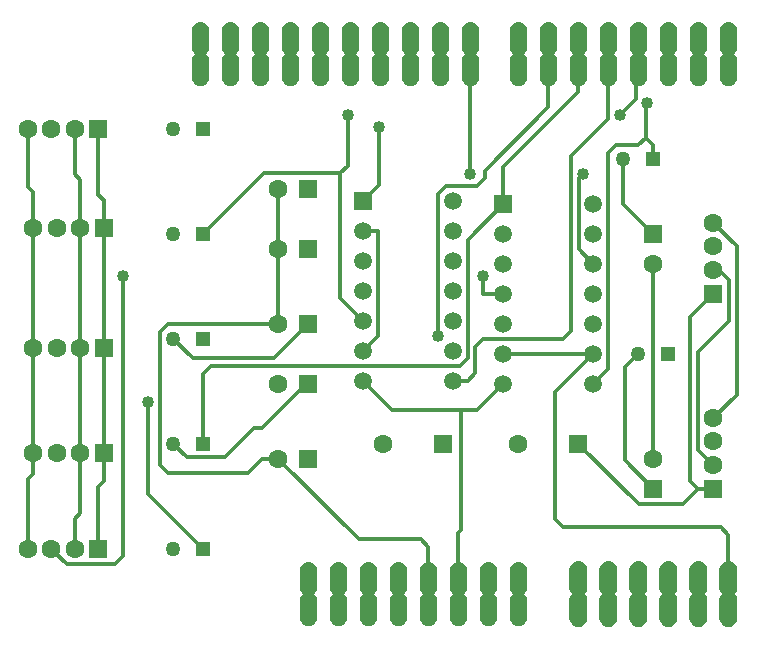
<source format=gbr>
G04 DipTrace 2.4.0.2*
%INBottom.gbr*%
%MOIN*%
%ADD14C,0.024*%
%ADD15C,0.013*%
%ADD17C,0.063*%
%ADD18R,0.063X0.063*%
%ADD19C,0.05*%
%ADD20R,0.05X0.05*%
%ADD21C,0.063*%
%ADD22R,0.0591X0.0591*%
%ADD23C,0.0591*%
%ADD24C,0.04*%
%FSLAX44Y44*%
G04*
G70*
G90*
G75*
G01*
%LNBottom*%
%LPD*%
X18940Y5940D2*
D14*
Y4940D1*
Y5940D2*
D15*
Y6989D1*
X18680Y7249D1*
X16632D1*
X13940Y9940D1*
X26440Y16440D2*
Y9940D1*
X13940Y16940D2*
Y18940D1*
Y14440D2*
Y16940D1*
Y9940D2*
X13403D1*
X12938Y9476D1*
X10255D1*
X9995Y9735D1*
Y14180D1*
X10255Y14440D1*
X13940D1*
X21940Y4940D2*
D14*
Y5940D1*
X23940Y4940D2*
Y5940D1*
X24940Y4940D2*
Y5940D1*
X25940Y4940D2*
Y5940D1*
X26940Y4940D2*
Y5940D1*
X27940Y4940D2*
Y5940D1*
X5578Y20940D2*
D15*
Y18998D1*
X5759Y18816D1*
Y17621D1*
X28440Y17802D2*
X29210Y17033D1*
Y12072D1*
X28440Y11302D1*
X5759Y10121D2*
Y9442D1*
X5578Y9261D1*
Y6940D1*
X5759Y13621D2*
Y10121D1*
Y17621D2*
Y13621D1*
X28940Y4940D2*
D14*
Y5940D1*
X21440Y13440D2*
D15*
X24440D1*
X16756Y13531D2*
X17246Y14021D1*
Y17531D1*
X16756D1*
X24440Y13440D2*
X23170Y12170D1*
Y7933D1*
X23430Y7673D1*
X28680D1*
X28940Y7413D1*
Y5940D1*
Y22940D2*
D14*
Y23940D1*
X27940Y22940D2*
Y23940D1*
X26940Y22940D2*
Y23940D1*
X17286Y21005D2*
D15*
Y19061D1*
X16756Y18531D1*
X25940Y22940D2*
D14*
Y23940D1*
X16756Y14531D2*
D15*
X16006Y15281D1*
Y19450D1*
X13450D1*
X11440Y17440D1*
X25940Y22940D2*
D3*
X16006Y19450D2*
X16266Y19710D1*
Y21400D1*
X25940Y22940D2*
X25844D1*
Y21924D1*
X25320Y21400D1*
X14340Y22940D2*
D14*
Y23940D1*
X15340Y22940D2*
Y23940D1*
X20340Y22940D2*
Y23940D1*
X24440Y16440D2*
D15*
X23950Y16930D1*
Y19281D1*
X24085Y19416D1*
X20340D2*
Y22940D1*
X24085Y19416D2*
D3*
X17340Y22940D2*
D14*
Y23940D1*
X16340Y22940D2*
Y23940D1*
X19340Y22940D2*
Y23940D1*
X18340Y22940D2*
Y23940D1*
X24940Y22940D2*
Y23940D1*
Y22940D2*
D15*
X24925D1*
Y21267D1*
X23680Y20022D1*
Y14190D1*
X23421Y13930D1*
X20766D1*
X20506Y13670D1*
Y12791D1*
X20246Y12531D1*
X19756D1*
X23940Y22940D2*
D14*
Y23940D1*
Y22940D2*
D15*
Y22155D1*
X21440Y19655D1*
Y18440D1*
X20246Y17246D1*
Y13281D1*
X19987Y13021D1*
X11700D1*
X11440Y12761D1*
Y10440D1*
X22940Y22940D2*
D14*
Y23940D1*
Y22940D2*
D15*
Y21655D1*
X20822Y19537D1*
Y19281D1*
X20562Y19021D1*
X19526D1*
X19266Y18761D1*
Y14021D1*
X9600Y11815D2*
Y8780D1*
X11440Y6940D1*
X21940Y22940D2*
D14*
Y23940D1*
X26239Y21795D2*
D15*
X26180Y21737D1*
Y20645D1*
X26440Y20385D1*
Y19940D1*
X26180Y20645D2*
X25920Y20385D1*
X25190D1*
X24930Y20125D1*
Y12930D1*
X24440Y12440D1*
X19940Y4940D2*
D14*
Y5940D1*
X21440Y12440D2*
D15*
X20571Y11571D1*
X20037D1*
X17716D1*
X16756Y12531D1*
X19940Y5940D2*
Y7460D1*
X20037Y7557D1*
Y11571D1*
X15940Y4940D2*
D14*
Y5940D1*
X14940Y4940D2*
Y5940D1*
X12340Y22940D2*
Y23940D1*
X11340Y22940D2*
Y23940D1*
X13340Y22940D2*
Y23940D1*
X17940Y4940D2*
Y5940D1*
X20940D2*
Y4940D1*
X16940Y5940D2*
Y4940D1*
X14940Y14440D2*
D15*
X13781Y13281D1*
X11100D1*
X10440Y13940D1*
X8766Y16021D2*
Y6690D1*
X8506Y6430D1*
X6875D1*
X6365Y6940D1*
X20766Y16021D2*
Y15440D1*
X21440D1*
X14940Y12440D2*
Y12506D1*
X13384Y10950D1*
X13128D1*
X12173Y9995D1*
X10885D1*
X10440Y10440D1*
X23940D2*
X25950Y8430D1*
X27420D1*
X27930Y8940D1*
X27670Y9200D1*
Y14670D1*
X28440Y15440D1*
X7940Y6940D2*
Y9001D1*
X8121Y9182D1*
Y10121D1*
Y17621D2*
Y18560D1*
X7940Y18741D1*
Y20940D1*
X8121Y13621D2*
Y17621D1*
Y10121D2*
Y13621D1*
X28440Y8940D2*
X27930D1*
X7153Y6940D2*
Y7942D1*
X7334Y8123D1*
Y10121D1*
X28440Y9728D2*
X27930Y10237D1*
Y13498D1*
X28950Y14517D1*
Y15913D1*
X28635Y16228D1*
X28440D1*
X7334Y17621D2*
Y19236D1*
X7153Y19417D1*
Y20940D1*
X7334Y13621D2*
Y17621D1*
Y10121D2*
Y13621D1*
X28440Y16228D2*
D3*
X26440Y17440D2*
X25440Y18440D1*
Y19940D1*
X26440Y8940D2*
X25495Y9885D1*
Y12995D1*
X25940Y13440D1*
D24*
X17286Y21005D3*
X25320Y21400D3*
X16266D3*
X20340Y19416D3*
X24085D3*
X19266Y14021D3*
X9600Y11815D3*
X26239Y21795D3*
X8766Y16021D3*
X20766D3*
G36*
X23640Y5240D2*
X23658Y5343D1*
X23710Y5433D1*
X23790Y5500D1*
X23888Y5536D1*
X23992D1*
X24090Y5500D1*
X24170Y5433D1*
X24222Y5343D1*
X24240Y5240D1*
Y4640D1*
X24222Y4538D1*
X24170Y4448D1*
X24090Y4380D1*
X23993Y4345D1*
X23888D1*
X23790Y4380D1*
X23711Y4447D1*
X23658Y4537D1*
X23640Y4640D1*
Y5240D1*
G37*
G36*
X24640D2*
X24658Y5343D1*
X24710Y5433D1*
X24790Y5500D1*
X24888Y5536D1*
X24992D1*
X25090Y5500D1*
X25170Y5433D1*
X25222Y5343D1*
X25240Y5240D1*
Y4640D1*
X25222Y4538D1*
X25170Y4448D1*
X25090Y4380D1*
X24993Y4345D1*
X24888D1*
X24790Y4380D1*
X24711Y4447D1*
X24658Y4537D1*
X24640Y4640D1*
Y5240D1*
G37*
G36*
X25640D2*
X25658Y5343D1*
X25710Y5433D1*
X25790Y5500D1*
X25888Y5536D1*
X25992D1*
X26090Y5500D1*
X26170Y5433D1*
X26222Y5343D1*
X26240Y5240D1*
Y4640D1*
X26222Y4538D1*
X26170Y4448D1*
X26090Y4380D1*
X25993Y4345D1*
X25888D1*
X25790Y4380D1*
X25711Y4447D1*
X25658Y4537D1*
X25640Y4640D1*
Y5240D1*
G37*
G36*
X26640D2*
X26658Y5343D1*
X26710Y5433D1*
X26790Y5500D1*
X26888Y5536D1*
X26992D1*
X27090Y5500D1*
X27170Y5433D1*
X27222Y5343D1*
X27240Y5240D1*
Y4640D1*
X27222Y4538D1*
X27170Y4448D1*
X27090Y4380D1*
X26993Y4345D1*
X26888D1*
X26790Y4380D1*
X26711Y4447D1*
X26658Y4537D1*
X26640Y4640D1*
Y5240D1*
G37*
G36*
X27640D2*
X27658Y5343D1*
X27710Y5433D1*
X27790Y5500D1*
X27888Y5536D1*
X27992D1*
X28090Y5500D1*
X28170Y5433D1*
X28222Y5343D1*
X28240Y5240D1*
Y4640D1*
X28222Y4538D1*
X28170Y4448D1*
X28090Y4380D1*
X27993Y4345D1*
X27888D1*
X27790Y4380D1*
X27711Y4447D1*
X27658Y4537D1*
X27640Y4640D1*
Y5240D1*
G37*
G36*
X28640D2*
X28658Y5343D1*
X28710Y5433D1*
X28790Y5500D1*
X28888Y5536D1*
X28992D1*
X29090Y5500D1*
X29170Y5433D1*
X29222Y5343D1*
X29240Y5240D1*
Y4640D1*
X29222Y4538D1*
X29170Y4448D1*
X29090Y4380D1*
X28993Y4345D1*
X28888D1*
X28790Y4380D1*
X28711Y4447D1*
X28658Y4537D1*
X28640Y4640D1*
Y5240D1*
G37*
G36*
X29227Y23653D2*
X29210Y23555D1*
X29160Y23469D1*
X29084Y23405D1*
X28990Y23371D1*
X28891Y23370D1*
X28797Y23404D1*
X28720Y23468D1*
X28671Y23555D1*
X28653Y23653D1*
Y24227D1*
X28670Y24325D1*
X28720Y24411D1*
X28796Y24476D1*
X28890Y24510D1*
X28990D1*
X29083Y24476D1*
X29160Y24412D1*
X29210Y24326D1*
X29227Y24227D1*
Y23653D1*
G37*
G36*
X28227D2*
X28210Y23555D1*
X28160Y23469D1*
X28084Y23405D1*
X27990Y23371D1*
X27891Y23370D1*
X27797Y23404D1*
X27720Y23468D1*
X27671Y23555D1*
X27653Y23653D1*
Y24227D1*
X27670Y24325D1*
X27720Y24411D1*
X27796Y24476D1*
X27890Y24510D1*
X27990D1*
X28083Y24476D1*
X28160Y24412D1*
X28210Y24326D1*
X28227Y24227D1*
Y23653D1*
G37*
G36*
X27227D2*
X27210Y23555D1*
X27160Y23469D1*
X27084Y23405D1*
X26990Y23371D1*
X26891Y23370D1*
X26797Y23404D1*
X26720Y23468D1*
X26671Y23555D1*
X26653Y23653D1*
Y24227D1*
X26670Y24325D1*
X26720Y24411D1*
X26796Y24476D1*
X26890Y24510D1*
X26990D1*
X27083Y24476D1*
X27160Y24412D1*
X27210Y24326D1*
X27227Y24227D1*
Y23653D1*
G37*
G36*
X26227D2*
X26210Y23555D1*
X26160Y23469D1*
X26084Y23405D1*
X25990Y23371D1*
X25891Y23370D1*
X25797Y23404D1*
X25720Y23468D1*
X25671Y23555D1*
X25653Y23653D1*
Y24227D1*
X25670Y24325D1*
X25720Y24411D1*
X25796Y24476D1*
X25890Y24510D1*
X25990D1*
X26083Y24476D1*
X26160Y24412D1*
X26210Y24326D1*
X26227Y24227D1*
Y23653D1*
G37*
G36*
X25227D2*
X25210Y23555D1*
X25160Y23469D1*
X25084Y23405D1*
X24990Y23371D1*
X24891Y23370D1*
X24797Y23404D1*
X24720Y23468D1*
X24671Y23555D1*
X24653Y23653D1*
Y24227D1*
X24670Y24325D1*
X24720Y24411D1*
X24796Y24476D1*
X24890Y24510D1*
X24990D1*
X25083Y24476D1*
X25160Y24412D1*
X25210Y24326D1*
X25227Y24227D1*
Y23653D1*
G37*
G36*
X24227D2*
X24210Y23555D1*
X24160Y23469D1*
X24084Y23405D1*
X23990Y23371D1*
X23891Y23370D1*
X23797Y23404D1*
X23720Y23468D1*
X23671Y23555D1*
X23653Y23653D1*
Y24227D1*
X23670Y24325D1*
X23720Y24411D1*
X23796Y24476D1*
X23890Y24510D1*
X23990D1*
X24083Y24476D1*
X24160Y24412D1*
X24210Y24326D1*
X24227Y24227D1*
Y23653D1*
G37*
G36*
X23227D2*
X23210Y23555D1*
X23160Y23469D1*
X23084Y23405D1*
X22990Y23371D1*
X22891Y23370D1*
X22797Y23404D1*
X22720Y23468D1*
X22671Y23555D1*
X22653Y23653D1*
Y24227D1*
X22670Y24325D1*
X22720Y24411D1*
X22796Y24476D1*
X22890Y24510D1*
X22990D1*
X23083Y24476D1*
X23160Y24412D1*
X23210Y24326D1*
X23227Y24227D1*
Y23653D1*
G37*
G36*
X22227D2*
X22210Y23555D1*
X22160Y23469D1*
X22084Y23405D1*
X21990Y23371D1*
X21891Y23370D1*
X21797Y23404D1*
X21720Y23468D1*
X21671Y23555D1*
X21653Y23653D1*
Y24227D1*
X21670Y24325D1*
X21720Y24411D1*
X21796Y24476D1*
X21890Y24510D1*
X21990D1*
X22083Y24476D1*
X22160Y24412D1*
X22210Y24326D1*
X22227Y24227D1*
Y23653D1*
G37*
G36*
X14653Y5227D2*
X14670Y5325D1*
X14720Y5411D1*
X14796Y5476D1*
X14890Y5510D1*
X14990D1*
X15083Y5476D1*
X15160Y5412D1*
X15210Y5326D1*
X15227Y5227D1*
Y4653D1*
X15210Y4555D1*
X15160Y4469D1*
X15084Y4405D1*
X14990Y4371D1*
X14891Y4370D1*
X14797Y4404D1*
X14720Y4468D1*
X14671Y4555D1*
X14653Y4653D1*
Y5227D1*
G37*
G36*
X15653D2*
X15670Y5325D1*
X15720Y5411D1*
X15796Y5476D1*
X15890Y5510D1*
X15990D1*
X16083Y5476D1*
X16160Y5412D1*
X16210Y5326D1*
X16227Y5227D1*
Y4653D1*
X16210Y4555D1*
X16160Y4469D1*
X16084Y4405D1*
X15990Y4371D1*
X15891Y4370D1*
X15797Y4404D1*
X15720Y4468D1*
X15671Y4555D1*
X15653Y4653D1*
Y5227D1*
G37*
G36*
X16653D2*
X16670Y5325D1*
X16720Y5411D1*
X16796Y5476D1*
X16890Y5510D1*
X16990D1*
X17083Y5476D1*
X17160Y5412D1*
X17210Y5326D1*
X17227Y5227D1*
Y4653D1*
X17210Y4555D1*
X17160Y4469D1*
X17084Y4405D1*
X16990Y4371D1*
X16891Y4370D1*
X16797Y4404D1*
X16720Y4468D1*
X16671Y4555D1*
X16653Y4653D1*
Y5227D1*
G37*
G36*
X17653D2*
X17670Y5325D1*
X17720Y5411D1*
X17796Y5476D1*
X17890Y5510D1*
X17990D1*
X18083Y5476D1*
X18160Y5412D1*
X18210Y5326D1*
X18227Y5227D1*
Y4653D1*
X18210Y4555D1*
X18160Y4469D1*
X18084Y4405D1*
X17990Y4371D1*
X17891Y4370D1*
X17797Y4404D1*
X17720Y4468D1*
X17671Y4555D1*
X17653Y4653D1*
Y5227D1*
G37*
G36*
X18653D2*
X18670Y5325D1*
X18720Y5411D1*
X18796Y5476D1*
X18890Y5510D1*
X18990D1*
X19083Y5476D1*
X19160Y5412D1*
X19210Y5326D1*
X19227Y5227D1*
Y4653D1*
X19210Y4555D1*
X19160Y4469D1*
X19084Y4405D1*
X18990Y4371D1*
X18891Y4370D1*
X18797Y4404D1*
X18720Y4468D1*
X18671Y4555D1*
X18653Y4653D1*
Y5227D1*
G37*
G36*
X19653D2*
X19670Y5325D1*
X19720Y5411D1*
X19796Y5476D1*
X19890Y5510D1*
X19990D1*
X20083Y5476D1*
X20160Y5412D1*
X20210Y5326D1*
X20227Y5227D1*
Y4653D1*
X20210Y4555D1*
X20160Y4469D1*
X20084Y4405D1*
X19990Y4371D1*
X19891Y4370D1*
X19797Y4404D1*
X19720Y4468D1*
X19671Y4555D1*
X19653Y4653D1*
Y5227D1*
G37*
G36*
X20653D2*
X20670Y5325D1*
X20720Y5411D1*
X20796Y5476D1*
X20890Y5510D1*
X20990D1*
X21083Y5476D1*
X21160Y5412D1*
X21210Y5326D1*
X21227Y5227D1*
Y4653D1*
X21210Y4555D1*
X21160Y4469D1*
X21084Y4405D1*
X20990Y4371D1*
X20891Y4370D1*
X20797Y4404D1*
X20720Y4468D1*
X20671Y4555D1*
X20653Y4653D1*
Y5227D1*
G37*
G36*
X21653D2*
X21670Y5325D1*
X21720Y5411D1*
X21796Y5476D1*
X21890Y5510D1*
X21990D1*
X22083Y5476D1*
X22160Y5412D1*
X22210Y5326D1*
X22227Y5227D1*
Y4653D1*
X22210Y4555D1*
X22160Y4469D1*
X22084Y4405D1*
X21990Y4371D1*
X21891Y4370D1*
X21797Y4404D1*
X21720Y4468D1*
X21671Y4555D1*
X21653Y4653D1*
Y5227D1*
G37*
G36*
X20627Y23653D2*
X20610Y23555D1*
X20560Y23469D1*
X20484Y23405D1*
X20390Y23371D1*
X20291Y23370D1*
X20197Y23404D1*
X20120Y23468D1*
X20071Y23555D1*
X20053Y23653D1*
Y24227D1*
X20070Y24325D1*
X20120Y24411D1*
X20196Y24476D1*
X20290Y24510D1*
X20390D1*
X20483Y24476D1*
X20560Y24412D1*
X20610Y24326D1*
X20627Y24227D1*
Y23653D1*
G37*
G36*
X19627D2*
X19610Y23555D1*
X19560Y23469D1*
X19484Y23405D1*
X19390Y23371D1*
X19291Y23370D1*
X19197Y23404D1*
X19120Y23468D1*
X19071Y23555D1*
X19053Y23653D1*
Y24227D1*
X19070Y24325D1*
X19120Y24411D1*
X19196Y24476D1*
X19290Y24510D1*
X19390D1*
X19483Y24476D1*
X19560Y24412D1*
X19610Y24326D1*
X19627Y24227D1*
Y23653D1*
G37*
G36*
X18627D2*
X18610Y23555D1*
X18560Y23469D1*
X18484Y23405D1*
X18390Y23371D1*
X18291Y23370D1*
X18197Y23404D1*
X18120Y23468D1*
X18071Y23555D1*
X18053Y23653D1*
Y24227D1*
X18070Y24325D1*
X18120Y24411D1*
X18196Y24476D1*
X18290Y24510D1*
X18390D1*
X18483Y24476D1*
X18560Y24412D1*
X18610Y24326D1*
X18627Y24227D1*
Y23653D1*
G37*
G36*
X17627D2*
X17610Y23555D1*
X17560Y23469D1*
X17484Y23405D1*
X17390Y23371D1*
X17291Y23370D1*
X17197Y23404D1*
X17120Y23468D1*
X17071Y23555D1*
X17053Y23653D1*
Y24227D1*
X17070Y24325D1*
X17120Y24411D1*
X17196Y24476D1*
X17290Y24510D1*
X17390D1*
X17483Y24476D1*
X17560Y24412D1*
X17610Y24326D1*
X17627Y24227D1*
Y23653D1*
G37*
G36*
X16627D2*
X16610Y23555D1*
X16560Y23469D1*
X16484Y23405D1*
X16390Y23371D1*
X16291Y23370D1*
X16197Y23404D1*
X16120Y23468D1*
X16071Y23555D1*
X16053Y23653D1*
Y24227D1*
X16070Y24325D1*
X16120Y24411D1*
X16196Y24476D1*
X16290Y24510D1*
X16390D1*
X16483Y24476D1*
X16560Y24412D1*
X16610Y24326D1*
X16627Y24227D1*
Y23653D1*
G37*
G36*
X15627D2*
X15610Y23555D1*
X15560Y23469D1*
X15484Y23405D1*
X15390Y23371D1*
X15291Y23370D1*
X15197Y23404D1*
X15120Y23468D1*
X15071Y23555D1*
X15053Y23653D1*
Y24227D1*
X15070Y24325D1*
X15120Y24411D1*
X15196Y24476D1*
X15290Y24510D1*
X15390D1*
X15483Y24476D1*
X15560Y24412D1*
X15610Y24326D1*
X15627Y24227D1*
Y23653D1*
G37*
G36*
X14627D2*
X14610Y23555D1*
X14560Y23469D1*
X14484Y23405D1*
X14390Y23371D1*
X14291Y23370D1*
X14197Y23404D1*
X14120Y23468D1*
X14071Y23555D1*
X14053Y23653D1*
Y24227D1*
X14070Y24325D1*
X14120Y24411D1*
X14196Y24476D1*
X14290Y24510D1*
X14390D1*
X14483Y24476D1*
X14560Y24412D1*
X14610Y24326D1*
X14627Y24227D1*
Y23653D1*
G37*
G36*
X13627D2*
X13610Y23555D1*
X13560Y23469D1*
X13484Y23405D1*
X13390Y23371D1*
X13291Y23370D1*
X13197Y23404D1*
X13120Y23468D1*
X13071Y23555D1*
X13053Y23653D1*
Y24227D1*
X13070Y24325D1*
X13120Y24411D1*
X13196Y24476D1*
X13290Y24510D1*
X13390D1*
X13483Y24476D1*
X13560Y24412D1*
X13610Y24326D1*
X13627Y24227D1*
Y23653D1*
G37*
G36*
X12627D2*
X12610Y23555D1*
X12560Y23469D1*
X12484Y23405D1*
X12390Y23371D1*
X12291Y23370D1*
X12197Y23404D1*
X12120Y23468D1*
X12071Y23555D1*
X12053Y23653D1*
Y24227D1*
X12070Y24325D1*
X12120Y24411D1*
X12196Y24476D1*
X12290Y24510D1*
X12390D1*
X12483Y24476D1*
X12560Y24412D1*
X12610Y24326D1*
X12627Y24227D1*
Y23653D1*
G37*
G36*
X11627D2*
X11610Y23555D1*
X11560Y23469D1*
X11484Y23405D1*
X11390Y23371D1*
X11291Y23370D1*
X11197Y23404D1*
X11120Y23468D1*
X11071Y23555D1*
X11053Y23653D1*
Y24227D1*
X11070Y24325D1*
X11120Y24411D1*
X11196Y24476D1*
X11290Y24510D1*
X11390D1*
X11483Y24476D1*
X11560Y24412D1*
X11610Y24326D1*
X11627Y24227D1*
Y23653D1*
G37*
G36*
X20627Y22653D2*
X20610Y22555D1*
X20560Y22469D1*
X20484Y22405D1*
X20390Y22371D1*
X20291Y22370D1*
X20197Y22404D1*
X20120Y22468D1*
X20071Y22555D1*
X20053Y22653D1*
Y23227D1*
X20070Y23325D1*
X20120Y23411D1*
X20196Y23476D1*
X20290Y23510D1*
X20390D1*
X20483Y23476D1*
X20560Y23412D1*
X20610Y23326D1*
X20627Y23227D1*
Y22653D1*
G37*
G36*
X19627D2*
X19610Y22555D1*
X19560Y22469D1*
X19484Y22405D1*
X19390Y22371D1*
X19291Y22370D1*
X19197Y22404D1*
X19120Y22468D1*
X19071Y22555D1*
X19053Y22653D1*
Y23227D1*
X19070Y23325D1*
X19120Y23411D1*
X19196Y23476D1*
X19290Y23510D1*
X19390D1*
X19483Y23476D1*
X19560Y23412D1*
X19610Y23326D1*
X19627Y23227D1*
Y22653D1*
G37*
G36*
X18627D2*
X18610Y22555D1*
X18560Y22469D1*
X18484Y22405D1*
X18390Y22371D1*
X18291Y22370D1*
X18197Y22404D1*
X18120Y22468D1*
X18071Y22555D1*
X18053Y22653D1*
Y23227D1*
X18070Y23325D1*
X18120Y23411D1*
X18196Y23476D1*
X18290Y23510D1*
X18390D1*
X18483Y23476D1*
X18560Y23412D1*
X18610Y23326D1*
X18627Y23227D1*
Y22653D1*
G37*
G36*
X17627D2*
X17610Y22555D1*
X17560Y22469D1*
X17484Y22405D1*
X17390Y22371D1*
X17291Y22370D1*
X17197Y22404D1*
X17120Y22468D1*
X17071Y22555D1*
X17053Y22653D1*
Y23227D1*
X17070Y23325D1*
X17120Y23411D1*
X17196Y23476D1*
X17290Y23510D1*
X17390D1*
X17483Y23476D1*
X17560Y23412D1*
X17610Y23326D1*
X17627Y23227D1*
Y22653D1*
G37*
G36*
X16627D2*
X16610Y22555D1*
X16560Y22469D1*
X16484Y22405D1*
X16390Y22371D1*
X16291Y22370D1*
X16197Y22404D1*
X16120Y22468D1*
X16071Y22555D1*
X16053Y22653D1*
Y23227D1*
X16070Y23325D1*
X16120Y23411D1*
X16196Y23476D1*
X16290Y23510D1*
X16390D1*
X16483Y23476D1*
X16560Y23412D1*
X16610Y23326D1*
X16627Y23227D1*
Y22653D1*
G37*
G36*
X15627D2*
X15610Y22555D1*
X15560Y22469D1*
X15484Y22405D1*
X15390Y22371D1*
X15291Y22370D1*
X15197Y22404D1*
X15120Y22468D1*
X15071Y22555D1*
X15053Y22653D1*
Y23227D1*
X15070Y23325D1*
X15120Y23411D1*
X15196Y23476D1*
X15290Y23510D1*
X15390D1*
X15483Y23476D1*
X15560Y23412D1*
X15610Y23326D1*
X15627Y23227D1*
Y22653D1*
G37*
G36*
X14627D2*
X14610Y22555D1*
X14560Y22469D1*
X14484Y22405D1*
X14390Y22371D1*
X14291Y22370D1*
X14197Y22404D1*
X14120Y22468D1*
X14071Y22555D1*
X14053Y22653D1*
Y23227D1*
X14070Y23325D1*
X14120Y23411D1*
X14196Y23476D1*
X14290Y23510D1*
X14390D1*
X14483Y23476D1*
X14560Y23412D1*
X14610Y23326D1*
X14627Y23227D1*
Y22653D1*
G37*
G36*
X13627D2*
X13610Y22555D1*
X13560Y22469D1*
X13484Y22405D1*
X13390Y22371D1*
X13291Y22370D1*
X13197Y22404D1*
X13120Y22468D1*
X13071Y22555D1*
X13053Y22653D1*
Y23227D1*
X13070Y23325D1*
X13120Y23411D1*
X13196Y23476D1*
X13290Y23510D1*
X13390D1*
X13483Y23476D1*
X13560Y23412D1*
X13610Y23326D1*
X13627Y23227D1*
Y22653D1*
G37*
G36*
X12627D2*
X12610Y22555D1*
X12560Y22469D1*
X12484Y22405D1*
X12390Y22371D1*
X12291Y22370D1*
X12197Y22404D1*
X12120Y22468D1*
X12071Y22555D1*
X12053Y22653D1*
Y23227D1*
X12070Y23325D1*
X12120Y23411D1*
X12196Y23476D1*
X12290Y23510D1*
X12390D1*
X12483Y23476D1*
X12560Y23412D1*
X12610Y23326D1*
X12627Y23227D1*
Y22653D1*
G37*
G36*
X11627D2*
X11610Y22555D1*
X11560Y22469D1*
X11484Y22405D1*
X11390Y22371D1*
X11291Y22370D1*
X11197Y22404D1*
X11120Y22468D1*
X11071Y22555D1*
X11053Y22653D1*
Y23227D1*
X11070Y23325D1*
X11120Y23411D1*
X11196Y23476D1*
X11290Y23510D1*
X11390D1*
X11483Y23476D1*
X11560Y23412D1*
X11610Y23326D1*
X11627Y23227D1*
Y22653D1*
G37*
G36*
X29227D2*
X29210Y22555D1*
X29160Y22469D1*
X29084Y22405D1*
X28990Y22371D1*
X28891Y22370D1*
X28797Y22404D1*
X28720Y22468D1*
X28671Y22555D1*
X28653Y22653D1*
Y23227D1*
X28670Y23325D1*
X28720Y23411D1*
X28796Y23476D1*
X28890Y23510D1*
X28990D1*
X29083Y23476D1*
X29160Y23412D1*
X29210Y23326D1*
X29227Y23227D1*
Y22653D1*
G37*
G36*
X28227D2*
X28210Y22555D1*
X28160Y22469D1*
X28084Y22405D1*
X27990Y22371D1*
X27891Y22370D1*
X27797Y22404D1*
X27720Y22468D1*
X27671Y22555D1*
X27653Y22653D1*
Y23227D1*
X27670Y23325D1*
X27720Y23411D1*
X27796Y23476D1*
X27890Y23510D1*
X27990D1*
X28083Y23476D1*
X28160Y23412D1*
X28210Y23326D1*
X28227Y23227D1*
Y22653D1*
G37*
G36*
X27227D2*
X27210Y22555D1*
X27160Y22469D1*
X27084Y22405D1*
X26990Y22371D1*
X26891Y22370D1*
X26797Y22404D1*
X26720Y22468D1*
X26671Y22555D1*
X26653Y22653D1*
Y23227D1*
X26670Y23325D1*
X26720Y23411D1*
X26796Y23476D1*
X26890Y23510D1*
X26990D1*
X27083Y23476D1*
X27160Y23412D1*
X27210Y23326D1*
X27227Y23227D1*
Y22653D1*
G37*
G36*
X26227D2*
X26210Y22555D1*
X26160Y22469D1*
X26084Y22405D1*
X25990Y22371D1*
X25891Y22370D1*
X25797Y22404D1*
X25720Y22468D1*
X25671Y22555D1*
X25653Y22653D1*
Y23227D1*
X25670Y23325D1*
X25720Y23411D1*
X25796Y23476D1*
X25890Y23510D1*
X25990D1*
X26083Y23476D1*
X26160Y23412D1*
X26210Y23326D1*
X26227Y23227D1*
Y22653D1*
G37*
G36*
X25227D2*
X25210Y22555D1*
X25160Y22469D1*
X25084Y22405D1*
X24990Y22371D1*
X24891Y22370D1*
X24797Y22404D1*
X24720Y22468D1*
X24671Y22555D1*
X24653Y22653D1*
Y23227D1*
X24670Y23325D1*
X24720Y23411D1*
X24796Y23476D1*
X24890Y23510D1*
X24990D1*
X25083Y23476D1*
X25160Y23412D1*
X25210Y23326D1*
X25227Y23227D1*
Y22653D1*
G37*
G36*
X24227D2*
X24210Y22555D1*
X24160Y22469D1*
X24084Y22405D1*
X23990Y22371D1*
X23891Y22370D1*
X23797Y22404D1*
X23720Y22468D1*
X23671Y22555D1*
X23653Y22653D1*
Y23227D1*
X23670Y23325D1*
X23720Y23411D1*
X23796Y23476D1*
X23890Y23510D1*
X23990D1*
X24083Y23476D1*
X24160Y23412D1*
X24210Y23326D1*
X24227Y23227D1*
Y22653D1*
G37*
G36*
X23227D2*
X23210Y22555D1*
X23160Y22469D1*
X23084Y22405D1*
X22990Y22371D1*
X22891Y22370D1*
X22797Y22404D1*
X22720Y22468D1*
X22671Y22555D1*
X22653Y22653D1*
Y23227D1*
X22670Y23325D1*
X22720Y23411D1*
X22796Y23476D1*
X22890Y23510D1*
X22990D1*
X23083Y23476D1*
X23160Y23412D1*
X23210Y23326D1*
X23227Y23227D1*
Y22653D1*
G37*
G36*
X22227D2*
X22210Y22555D1*
X22160Y22469D1*
X22084Y22405D1*
X21990Y22371D1*
X21891Y22370D1*
X21797Y22404D1*
X21720Y22468D1*
X21671Y22555D1*
X21653Y22653D1*
Y23227D1*
X21670Y23325D1*
X21720Y23411D1*
X21796Y23476D1*
X21890Y23510D1*
X21990D1*
X22083Y23476D1*
X22160Y23412D1*
X22210Y23326D1*
X22227Y23227D1*
Y22653D1*
G37*
G36*
X23640Y6240D2*
X23658Y6343D1*
X23710Y6433D1*
X23790Y6500D1*
X23888Y6536D1*
X23992D1*
X24090Y6500D1*
X24170Y6433D1*
X24222Y6343D1*
X24240Y6240D1*
Y5640D1*
X24222Y5538D1*
X24170Y5448D1*
X24090Y5380D1*
X23993Y5345D1*
X23888D1*
X23790Y5380D1*
X23711Y5447D1*
X23658Y5537D1*
X23640Y5640D1*
Y6240D1*
G37*
G36*
X24640D2*
X24658Y6343D1*
X24710Y6433D1*
X24790Y6500D1*
X24888Y6536D1*
X24992D1*
X25090Y6500D1*
X25170Y6433D1*
X25222Y6343D1*
X25240Y6240D1*
Y5640D1*
X25222Y5538D1*
X25170Y5448D1*
X25090Y5380D1*
X24993Y5345D1*
X24888D1*
X24790Y5380D1*
X24711Y5447D1*
X24658Y5537D1*
X24640Y5640D1*
Y6240D1*
G37*
G36*
X25640D2*
X25658Y6343D1*
X25710Y6433D1*
X25790Y6500D1*
X25888Y6536D1*
X25992D1*
X26090Y6500D1*
X26170Y6433D1*
X26222Y6343D1*
X26240Y6240D1*
Y5640D1*
X26222Y5538D1*
X26170Y5448D1*
X26090Y5380D1*
X25993Y5345D1*
X25888D1*
X25790Y5380D1*
X25711Y5447D1*
X25658Y5537D1*
X25640Y5640D1*
Y6240D1*
G37*
G36*
X26640D2*
X26658Y6343D1*
X26710Y6433D1*
X26790Y6500D1*
X26888Y6536D1*
X26992D1*
X27090Y6500D1*
X27170Y6433D1*
X27222Y6343D1*
X27240Y6240D1*
Y5640D1*
X27222Y5538D1*
X27170Y5448D1*
X27090Y5380D1*
X26993Y5345D1*
X26888D1*
X26790Y5380D1*
X26711Y5447D1*
X26658Y5537D1*
X26640Y5640D1*
Y6240D1*
G37*
G36*
X27640D2*
X27658Y6343D1*
X27710Y6433D1*
X27790Y6500D1*
X27888Y6536D1*
X27992D1*
X28090Y6500D1*
X28170Y6433D1*
X28222Y6343D1*
X28240Y6240D1*
Y5640D1*
X28222Y5538D1*
X28170Y5448D1*
X28090Y5380D1*
X27993Y5345D1*
X27888D1*
X27790Y5380D1*
X27711Y5447D1*
X27658Y5537D1*
X27640Y5640D1*
Y6240D1*
G37*
G36*
X28640D2*
X28658Y6343D1*
X28710Y6433D1*
X28790Y6500D1*
X28888Y6536D1*
X28992D1*
X29090Y6500D1*
X29170Y6433D1*
X29222Y6343D1*
X29240Y6240D1*
Y5640D1*
X29222Y5538D1*
X29170Y5448D1*
X29090Y5380D1*
X28993Y5345D1*
X28888D1*
X28790Y5380D1*
X28711Y5447D1*
X28658Y5537D1*
X28640Y5640D1*
Y6240D1*
G37*
G36*
X14653Y6227D2*
X14670Y6325D1*
X14720Y6411D1*
X14796Y6476D1*
X14890Y6510D1*
X14990D1*
X15083Y6476D1*
X15160Y6412D1*
X15210Y6326D1*
X15227Y6227D1*
Y5653D1*
X15210Y5555D1*
X15160Y5469D1*
X15084Y5405D1*
X14990Y5371D1*
X14891Y5370D1*
X14797Y5404D1*
X14720Y5468D1*
X14671Y5555D1*
X14653Y5653D1*
Y6227D1*
G37*
G36*
X15653D2*
X15670Y6325D1*
X15720Y6411D1*
X15796Y6476D1*
X15890Y6510D1*
X15990D1*
X16083Y6476D1*
X16160Y6412D1*
X16210Y6326D1*
X16227Y6227D1*
Y5653D1*
X16210Y5555D1*
X16160Y5469D1*
X16084Y5405D1*
X15990Y5371D1*
X15891Y5370D1*
X15797Y5404D1*
X15720Y5468D1*
X15671Y5555D1*
X15653Y5653D1*
Y6227D1*
G37*
G36*
X16653D2*
X16670Y6325D1*
X16720Y6411D1*
X16796Y6476D1*
X16890Y6510D1*
X16990D1*
X17083Y6476D1*
X17160Y6412D1*
X17210Y6326D1*
X17227Y6227D1*
Y5653D1*
X17210Y5555D1*
X17160Y5469D1*
X17084Y5405D1*
X16990Y5371D1*
X16891Y5370D1*
X16797Y5404D1*
X16720Y5468D1*
X16671Y5555D1*
X16653Y5653D1*
Y6227D1*
G37*
G36*
X17653D2*
X17670Y6325D1*
X17720Y6411D1*
X17796Y6476D1*
X17890Y6510D1*
X17990D1*
X18083Y6476D1*
X18160Y6412D1*
X18210Y6326D1*
X18227Y6227D1*
Y5653D1*
X18210Y5555D1*
X18160Y5469D1*
X18084Y5405D1*
X17990Y5371D1*
X17891Y5370D1*
X17797Y5404D1*
X17720Y5468D1*
X17671Y5555D1*
X17653Y5653D1*
Y6227D1*
G37*
G36*
X18653D2*
X18670Y6325D1*
X18720Y6411D1*
X18796Y6476D1*
X18890Y6510D1*
X18990D1*
X19083Y6476D1*
X19160Y6412D1*
X19210Y6326D1*
X19227Y6227D1*
Y5653D1*
X19210Y5555D1*
X19160Y5469D1*
X19084Y5405D1*
X18990Y5371D1*
X18891Y5370D1*
X18797Y5404D1*
X18720Y5468D1*
X18671Y5555D1*
X18653Y5653D1*
Y6227D1*
G37*
G36*
X19653D2*
X19670Y6325D1*
X19720Y6411D1*
X19796Y6476D1*
X19890Y6510D1*
X19990D1*
X20083Y6476D1*
X20160Y6412D1*
X20210Y6326D1*
X20227Y6227D1*
Y5653D1*
X20210Y5555D1*
X20160Y5469D1*
X20084Y5405D1*
X19990Y5371D1*
X19891Y5370D1*
X19797Y5404D1*
X19720Y5468D1*
X19671Y5555D1*
X19653Y5653D1*
Y6227D1*
G37*
G36*
X20653D2*
X20670Y6325D1*
X20720Y6411D1*
X20796Y6476D1*
X20890Y6510D1*
X20990D1*
X21083Y6476D1*
X21160Y6412D1*
X21210Y6326D1*
X21227Y6227D1*
Y5653D1*
X21210Y5555D1*
X21160Y5469D1*
X21084Y5405D1*
X20990Y5371D1*
X20891Y5370D1*
X20797Y5404D1*
X20720Y5468D1*
X20671Y5555D1*
X20653Y5653D1*
Y6227D1*
G37*
G36*
X21653D2*
X21670Y6325D1*
X21720Y6411D1*
X21796Y6476D1*
X21890Y6510D1*
X21990D1*
X22083Y6476D1*
X22160Y6412D1*
X22210Y6326D1*
X22227Y6227D1*
Y5653D1*
X22210Y5555D1*
X22160Y5469D1*
X22084Y5405D1*
X21990Y5371D1*
X21891Y5370D1*
X21797Y5404D1*
X21720Y5468D1*
X21671Y5555D1*
X21653Y5653D1*
Y6227D1*
G37*
D17*
X17440Y10440D3*
D18*
X19440D3*
D17*
X21940D3*
D18*
X23940D3*
D19*
X10440Y20940D3*
D20*
X11440D3*
D19*
X10440Y17440D3*
D20*
X11440D3*
D19*
X10440Y13940D3*
D20*
X11440D3*
D19*
X10440Y10440D3*
D20*
X11440D3*
D19*
X10440Y6940D3*
D20*
X11440D3*
D19*
X25440Y19940D3*
D20*
X26440D3*
D19*
X25940Y13440D3*
D20*
X26940D3*
D18*
X7940Y20940D3*
D21*
X7153D3*
X6365D3*
X5578D3*
D18*
X8121Y17621D3*
D21*
X7334D3*
X6546D3*
X5759D3*
D18*
X8121Y13621D3*
D21*
X7334D3*
X6546D3*
X5759D3*
D18*
X8121Y10121D3*
D21*
X7334D3*
X6546D3*
X5759D3*
D18*
X7940Y6940D3*
D21*
X7153D3*
X6365D3*
X5578D3*
D18*
X28440Y15440D3*
D21*
Y16228D3*
Y17015D3*
Y17802D3*
D18*
Y8940D3*
D21*
Y9728D3*
Y10515D3*
Y11302D3*
D17*
X13940Y18940D3*
D18*
X14940D3*
D17*
X13940Y16940D3*
D18*
X14940D3*
D17*
X13940Y14440D3*
D18*
X14940D3*
D17*
X13940Y12440D3*
D18*
X14940D3*
D17*
X13940Y9940D3*
D18*
X14940D3*
D17*
X26440Y16440D3*
D18*
Y17440D3*
D17*
Y9940D3*
D18*
Y8940D3*
D22*
X16756Y18531D3*
D23*
Y17531D3*
Y16531D3*
Y15531D3*
Y14531D3*
Y13531D3*
Y12531D3*
X19756D3*
Y13531D3*
Y14531D3*
Y15531D3*
Y16531D3*
Y17531D3*
Y18531D3*
D22*
X21440Y18440D3*
D23*
Y17440D3*
Y16440D3*
Y15440D3*
Y14440D3*
Y13440D3*
Y12440D3*
X24440D3*
Y13440D3*
Y14440D3*
Y15440D3*
Y16440D3*
Y17440D3*
Y18440D3*
M02*

</source>
